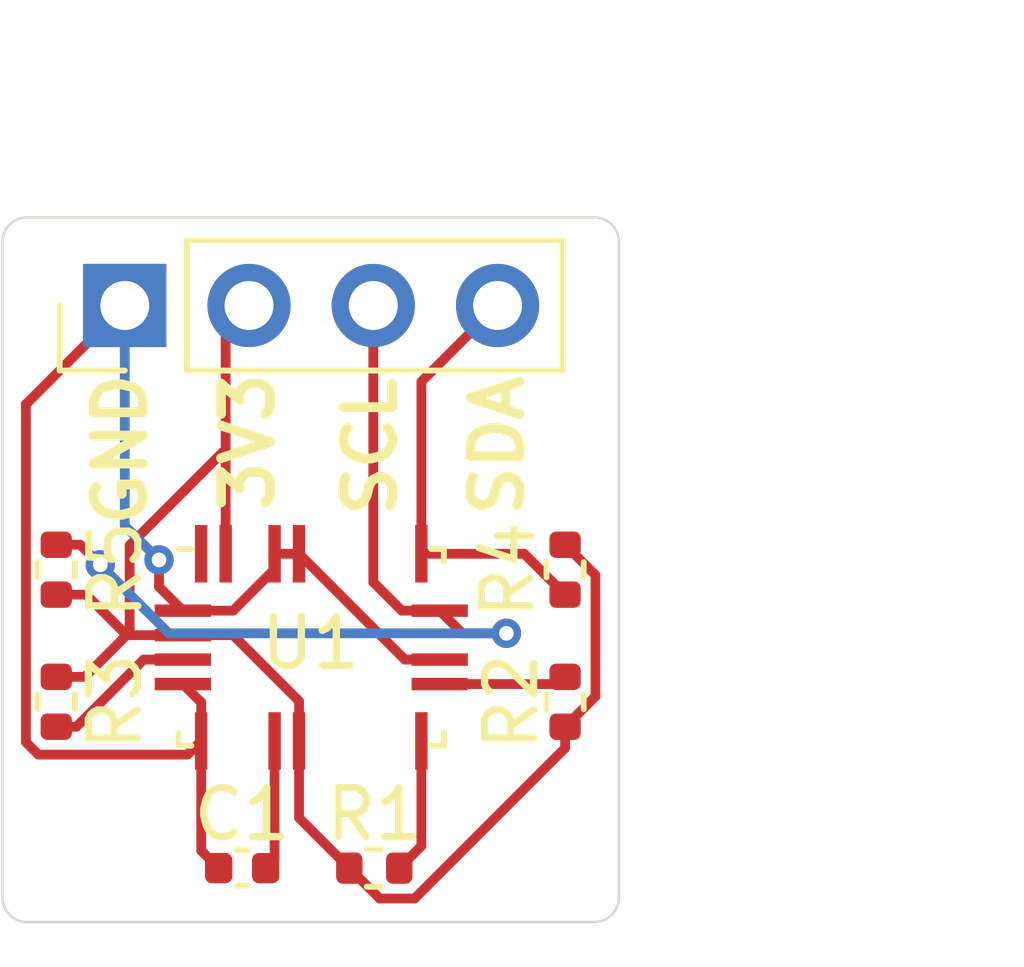
<source format=kicad_pcb>
(kicad_pcb (version 20221018) (generator pcbnew)
  (title_block (title "BNO08x Interface Board (Square)") (date "2023-07-31") (comment 1 "Author: Toby Godfrey"))
  (layers (0 "F.Cu" signal) (31 "B.Cu" signal) (34 "B.Paste" user) (35 "F.Paste" user) (36 "B.SilkS" user "B.Silkscreen") (37 "F.SilkS" user "F.Silkscreen") (38 "B.Mask" user) (39 "F.Mask" user) (44 "Edge.Cuts" user))
  (net 0 "")
  (net 1 "Net-(U1-CAP)")
  (net 2 "GND")
  (net 3 "+3.3V")
  (net 4 "Net-(J5-Pin_3)")
  (net 5 "Net-(J5-Pin_4)")
  (net 6 "Net-(U1-ENV_SCL)")
  (net 7 "Net-(U1-ENV_SDA)")
  (net 8 "Net-(U1-BOOTN)")
  (footprint "Resistor_SMD:R_0402_1005Metric" (layer "F.Cu") (at 176.7 94.4 90)
    (fp_text reference "R4" (at 0 -1.17 90) (layer "F.SilkS"))
    (fp_text value "2.2k")
    (fp_line (start -0.153641 -0.38) (end 0.153641 -0.38) (stroke (width 0.12)) (layer "F.SilkS"))
    (fp_line (start -0.153641 0.38) (end 0.153641 0.38) (stroke (width 0.12)) (layer "F.SilkS"))
    (pad "1" smd roundrect (at -0.51 0 90) (size 0.54 0.64) (layers "F.Cu" "F.Paste" "F.Mask") (net 5 "Net-(J5-Pin_4)"))
    (pad "2" smd roundrect (at 0.51 0 90) (size 0.54 0.64) (layers "F.Cu" "F.Paste" "F.Mask") (net 3 "+3.3V"))
  )
  (footprint "Package_LGA:LGA-28_5.2x3.8mm_P0.5mm" (layer "F.Cu") (at 171.5125 95.9875)
    (fp_text reference "U1" (at -0.0125 -0.0875) (layer "F.SilkS"))
    (fp_text value "~")
    (fp_line (start -2.71 -2.01) (end -2.45 -2.01) (stroke (width 0.12)) (layer "F.SilkS"))
    (fp_line (start -2.71 2.01) (end -2.71 1.75) (stroke (width 0.12)) (layer "F.SilkS"))
    (fp_line (start -2.71 2.01) (end -2.45 2.01) (stroke (width 0.12)) (layer "F.SilkS"))
    (fp_line (start 2.71 -2.01) (end 2.45 -2.01) (stroke (width 0.12)) (layer "F.SilkS"))
    (fp_line (start 2.71 -2.01) (end 2.71 -1.75) (stroke (width 0.12)) (layer "F.SilkS"))
    (fp_line (start 2.71 2.01) (end 2.45 2.01) (stroke (width 0.12)) (layer "F.SilkS"))
    (fp_line (start 2.71 2.01) (end 2.71 1.75) (stroke (width 0.12)) (layer "F.SilkS"))
    (pad "1" smd rect (at -2.25 -1.9125) (size 0.254 1.175) (layers "F.Cu" "F.Paste" "F.Mask"))
    (pad "2" smd rect (at -2.625 -0.75 90) (size 0.254 1.15) (layers "F.Cu" "F.Paste" "F.Mask") (net 2 "GND"))
    (pad "3" smd rect (at -2.625 -0.25 90) (size 0.254 1.15) (layers "F.Cu" "F.Paste" "F.Mask") (net 3 "+3.3V"))
    (pad "4" smd rect (at -2.625 0.25 90) (size 0.254 1.15) (layers "F.Cu" "F.Paste" "F.Mask") (net 8 "Net-(U1-BOOTN)"))
    (pad "5" smd rect (at -2.625 0.75 90) (size 0.254 1.15) (layers "F.Cu" "F.Paste" "F.Mask") (net 2 "GND"))
    (pad "6" smd rect (at -2.25 1.9125) (size 0.254 1.175) (layers "F.Cu" "F.Paste" "F.Mask") (net 2 "GND"))
    (pad "9" smd rect (at -0.75 1.9125) (size 0.254 1.175) (layers "F.Cu" "F.Paste" "F.Mask") (net 1 "Net-(U1-CAP)"))
    (pad "10" smd rect (at -0.25 1.9125) (size 0.254 1.175) (layers "F.Cu" "F.Paste" "F.Mask") (net 3 "+3.3V"))
    (pad "15" smd rect (at 2.25 1.9125) (size 0.254 1.175) (layers "F.Cu" "F.Paste" "F.Mask") (net 6 "Net-(U1-ENV_SCL)"))
    (pad "16" smd rect (at 2.625 0.75 90) (size 0.254 1.15) (layers "F.Cu" "F.Paste" "F.Mask") (net 7 "Net-(U1-ENV_SDA)"))
    (pad "17" smd rect (at 2.625 0.25 90) (size 0.254 1.15) (layers "F.Cu" "F.Paste" "F.Mask") (net 2 "GND"))
    (pad "19" smd rect (at 2.625 -0.75 90) (size 0.254 1.15) (layers "F.Cu" "F.Paste" "F.Mask") (net 4 "Net-(J5-Pin_3)"))
    (pad "20" smd rect (at 2.25 -1.9125) (size 0.254 1.175) (layers "F.Cu" "F.Paste" "F.Mask") (net 5 "Net-(J5-Pin_4)"))
    (pad "25" smd rect (at -0.25 -1.9125) (size 0.254 1.175) (layers "F.Cu" "F.Paste" "F.Mask") (net 2 "GND"))
    (pad "26" smd rect (at -0.75 -1.9125) (size 0.254 1.175) (layers "F.Cu" "F.Paste" "F.Mask") (net 2 "GND"))
    (pad "28" smd rect (at -1.75 -1.9125) (size 0.254 1.175) (layers "F.Cu" "F.Paste" "F.Mask") (net 3 "+3.3V"))
  )
  (footprint "Resistor_SMD:R_0402_1005Metric" (layer "F.Cu") (at 166.3 94.4 90)
    (fp_text reference "R5" (at 0 1.21 90) (layer "F.SilkS"))
    (fp_text value "2.2k")
    (fp_line (start -0.153641 -0.38) (end 0.153641 -0.38) (stroke (width 0.12)) (layer "F.SilkS"))
    (fp_line (start -0.153641 0.38) (end 0.153641 0.38) (stroke (width 0.12)) (layer "F.SilkS"))
    (pad "1" smd roundrect (at -0.51 0 90) (size 0.54 0.64) (layers "F.Cu" "F.Paste" "F.Mask") (net 3 "+3.3V"))
    (pad "2" smd roundrect (at 0.51 0 90) (size 0.54 0.64) (layers "F.Cu" "F.Paste" "F.Mask") (net 4 "Net-(J5-Pin_3)"))
  )
  (footprint "Resistor_SMD:R_0402_1005Metric" (layer "F.Cu") (at 166.3 97.1 90)
    (fp_text reference "R3" (at 0 1.2 90) (layer "F.SilkS"))
    (fp_text value "10k")
    (fp_line (start -0.153641 -0.38) (end 0.153641 -0.38) (stroke (width 0.12)) (layer "F.SilkS"))
    (fp_line (start -0.153641 0.38) (end 0.153641 0.38) (stroke (width 0.12)) (layer "F.SilkS"))
    (pad "1" smd roundrect (at -0.51 0 90) (size 0.54 0.64) (layers "F.Cu" "F.Paste" "F.Mask") (net 8 "Net-(U1-BOOTN)"))
    (pad "2" smd roundrect (at 0.51 0 90) (size 0.54 0.64) (layers "F.Cu" "F.Paste" "F.Mask") (net 3 "+3.3V"))
  )
  (footprint "Resistor_SMD:R_0402_1005Metric" (layer "F.Cu") (at 172.8 100.5)
    (fp_text reference "R1" (at 0 -1.1) (layer "F.SilkS"))
    (fp_text value "2.2k")
    (fp_line (start -0.153641 -0.38) (end 0.153641 -0.38) (stroke (width 0.12)) (layer "F.SilkS"))
    (fp_line (start -0.153641 0.38) (end 0.153641 0.38) (stroke (width 0.12)) (layer "F.SilkS"))
    (pad "1" smd roundrect (at -0.51 0) (size 0.54 0.64) (layers "F.Cu" "F.Paste" "F.Mask") (net 3 "+3.3V"))
    (pad "2" smd roundrect (at 0.51 0) (size 0.54 0.64) (layers "F.Cu" "F.Paste" "F.Mask") (net 6 "Net-(U1-ENV_SCL)"))
  )
  (footprint "Connector_PinHeader_2.54mm:PinHeader_1x04_P2.54mm_Vertical" (layer "F.Cu") (at 167.7 89 90)
    (fp_text reference "J5" hide)
    (fp_text value "Conn_01x04_Pin")
    (fp_line (start -1.33 -1.33) (end 0 -1.33) (stroke (width 0.12)) (layer "F.SilkS"))
    (fp_line (start -1.33 0) (end -1.33 -1.33) (stroke (width 0.12)) (layer "F.SilkS"))
    (fp_line (start -1.33 1.27) (end -1.33 8.95) (stroke (width 0.12)) (layer "F.SilkS"))
    (fp_line (start -1.33 1.27) (end 1.33 1.27) (stroke (width 0.12)) (layer "F.SilkS"))
    (fp_line (start -1.33 8.95) (end 1.33 8.95) (stroke (width 0.12)) (layer "F.SilkS"))
    (fp_line (start 1.33 1.27) (end 1.33 8.95) (stroke (width 0.12)) (layer "F.SilkS"))
    (pad "1" thru_hole rect (at 0 0 90) (size 1.7 1.7) (drill 1) (layers "*.Cu" "*.Mask") (net 2 "GND"))
    (pad "2" thru_hole oval (at 0 2.54 90) (size 1.7 1.7) (drill 1) (layers "*.Cu" "*.Mask") (net 3 "+3.3V"))
    (pad "3" thru_hole oval (at 0 5.08 90) (size 1.7 1.7) (drill 1) (layers "*.Cu" "*.Mask") (net 4 "Net-(J5-Pin_3)"))
    (pad "4" thru_hole oval (at 0 7.62 90) (size 1.7 1.7) (drill 1) (layers "*.Cu" "*.Mask") (net 5 "Net-(J5-Pin_4)"))
  )
  (footprint "Capacitor_SMD:C_0402_1005Metric" (layer "F.Cu") (at 170.1 100.5 180)
    (fp_text reference "C1" (at 0 1.1) (layer "F.SilkS"))
    (fp_text value "0.1uF")
    (fp_line (start -0.107836 -0.36) (end 0.107836 -0.36) (stroke (width 0.12)) (layer "F.SilkS"))
    (fp_line (start -0.107836 0.36) (end 0.107836 0.36) (stroke (width 0.12)) (layer "F.SilkS"))
    (pad "1" smd roundrect (at -0.48 0 180) (size 0.56 0.62) (layers "F.Cu" "F.Paste" "F.Mask") (net 1 "Net-(U1-CAP)"))
    (pad "2" smd roundrect (at 0.48 0 180) (size 0.56 0.62) (layers "F.Cu" "F.Paste" "F.Mask") (net 2 "GND"))
  )
  (footprint "Resistor_SMD:R_0402_1005Metric" (layer "F.Cu") (at 176.7 97.1 -90)
    (fp_text reference "R2" (at 0 1.1 90) (layer "F.SilkS"))
    (fp_text value "2.2k")
    (fp_line (start -0.153641 -0.38) (end 0.153641 -0.38) (stroke (width 0.12)) (layer "F.SilkS"))
    (fp_line (start -0.153641 0.38) (end 0.153641 0.38) (stroke (width 0.12)) (layer "F.SilkS"))
    (pad "1" smd roundrect (at -0.51 0 270) (size 0.54 0.64) (layers "F.Cu" "F.Paste" "F.Mask") (net 7 "Net-(U1-ENV_SDA)"))
    (pad "2" smd roundrect (at 0.51 0 270) (size 0.54 0.64) (layers "F.Cu" "F.Paste" "F.Mask") (net 3 "+3.3V"))
  )
  (gr_arc (start 165.7 101.6) (mid 165.346447 101.453553) (end 165.2 101.1) (stroke (width 0.05)) (layer "Edge.Cuts"))
  (gr_arc (start 177.8 101.1) (mid 177.653553 101.453553) (end 177.3 101.6) (stroke (width 0.05)) (layer "Edge.Cuts"))
  (gr_arc (start 165.2 87.7) (mid 165.346447 87.346447) (end 165.7 87.2) (stroke (width 0.05)) (layer "Edge.Cuts"))
  (gr_arc (start 177.3 87.2) (mid 177.653553 87.346447) (end 177.8 87.7) (stroke (width 0.05)) (layer "Edge.Cuts"))
  (gr_line (start 177.3 101.6) (end 165.7 101.6) (stroke (width 0.05)) (layer "Edge.Cuts"))
  (gr_line (start 165.2 87.7) (end 165.2 101.1) (stroke (width 0.05)) (layer "Edge.Cuts"))
  (gr_line (start 177.8 87.7) (end 177.8 101.1) (stroke (width 0.05)) (layer "Edge.Cuts"))
  (gr_line (start 165.7 87.2) (end 177.3 87.2) (stroke (width 0.05)) (layer "Edge.Cuts"))
  (gr_text "GND" (at 168.2 93.6 90) (layer "F.SilkS") (effects (font (size 1 1) (thickness 0.2) bold) (justify left bottom)))
  (gr_text "3V3" (at 170.8 93.3 90) (layer "F.SilkS") (effects (font (size 1 1) (thickness 0.2) bold) (justify left bottom)))
  (gr_text "SCL" (at 173.3 93.4 90) (layer "F.SilkS") (effects (font (size 1 1) (thickness 0.2) bold) (justify left bottom)))
  (gr_text "SDA" (at 175.9 93.4 90) (layer "F.SilkS") (effects (font (size 1 1) (thickness 0.2) bold) (justify left bottom)))
  (segment (start 170.58 100.5) (end 170.7625 100.3175) (width 0.2) (layer "F.Cu") (net 1))
  (segment (start 170.7625 100.3175) (end 170.7625 97.9) (width 0.2) (layer "F.Cu") (net 1))
  (segment (start 168.4 94.75) (end 168.4 94.2) (width 0.2) (layer "F.Cu") (net 2))
  (segment (start 165.68 97.925183) (end 165.68 91.02) (width 0.2) (layer "F.Cu") (net 2))
  (segment (start 169.2625 97.9) (end 169.2625 97.1125) (width 0.2) (layer "F.Cu") (net 2))
  (segment (start 165.68 91.02) (end 167.7 89) (width 0.2) (layer "F.Cu") (net 2))
  (segment (start 169.2625 100.1425) (end 169.62 100.5) (width 0.2) (layer "F.Cu") (net 2))
  (segment (start 168.8875 95.2375) (end 168.4 94.75) (width 0.2) (layer "F.Cu") (net 2))
  (segment (start 169.2625 97.1125) (end 168.8875 96.7375) (width 0.2) (layer "F.Cu") (net 2))
  (segment (start 170.7625 94.3895) (end 170.7625 94.075) (width 0.2) (layer "F.Cu") (net 2))
  (segment (start 168.9825 98.18) (end 165.934817 98.18) (width 0.2) (layer "F.Cu") (net 2))
  (segment (start 173.425 96.2375) (end 174.1375 96.2375) (width 0.2) (layer "F.Cu") (net 2))
  (segment (start 170.7625 94.075) (end 171.2625 94.075) (width 0.2) (layer "F.Cu") (net 2))
  (segment (start 168.8875 95.2375) (end 169.9145 95.2375) (width 0.2) (layer "F.Cu") (net 2))
  (segment (start 169.2625 97.9) (end 168.9825 98.18) (width 0.2) (layer "F.Cu") (net 2))
  (segment (start 169.9145 95.2375) (end 170.7625 94.3895) (width 0.2) (layer "F.Cu") (net 2))
  (segment (start 171.2625 94.075) (end 173.425 96.2375) (width 0.2) (layer "F.Cu") (net 2))
  (segment (start 165.934817 98.18) (end 165.68 97.925183) (width 0.2) (layer "F.Cu") (net 2))
  (segment (start 169.2625 97.9) (end 169.2625 100.1425) (width 0.2) (layer "F.Cu") (net 2))
  (via (at 168.4 94.2) (size 0.6) (drill 0.3) (layers "F.Cu" "B.Cu") (net 2))
  (segment (start 167.7 93.5) (end 167.7 89) (width 0.2) (layer "B.Cu") (net 2))
  (segment (start 168.4 94.2) (end 167.7 93.5) (width 0.2) (layer "B.Cu") (net 2))
  (segment (start 166.885 96.59) (end 166.3 96.59) (width 0.2) (layer "F.Cu") (net 3))
  (segment (start 167.8 95.6) (end 167.7 95.7) (width 0.2) (layer "F.Cu") (net 3))
  (segment (start 172.91 101.12) (end 172.29 100.5) (width 0.2) (layer "F.Cu") (net 3))
  (segment (start 167.8 93.9) (end 167.8 95.6) (width 0.2) (layer "F.Cu") (net 3))
  (segment (start 167.7375 95.7375) (end 166.91 94.91) (width 0.2) (layer "F.Cu") (net 3))
  (segment (start 176.7 97.61) (end 176.7 98.045183) (width 0.2) (layer "F.Cu") (net 3))
  (segment (start 167.7 95.7) (end 167.7375 95.7375) (width 0.2) (layer "F.Cu") (net 3))
  (segment (start 169.7625 89.4775) (end 170.24 89) (width 0.2) (layer "F.Cu") (net 3))
  (segment (start 177.32 96.99) (end 176.7 97.61) (width 0.2) (layer "F.Cu") (net 3))
  (segment (start 171.2625 97.0855) (end 169.9145 95.7375) (width 0.2) (layer "F.Cu") (net 3))
  (segment (start 173.625183 101.12) (end 172.91 101.12) (width 0.2) (layer "F.Cu") (net 3))
  (segment (start 176.7 93.89) (end 177.32 94.51) (width 0.2) (layer "F.Cu") (net 3))
  (segment (start 169.7625 94.075) (end 169.7625 92) (width 0.2) (layer "F.Cu") (net 3))
  (segment (start 171.2625 97.9) (end 171.2625 97.0855) (width 0.2) (layer "F.Cu") (net 3))
  (segment (start 171.2625 99.4725) (end 172.29 100.5) (width 0.2) (layer "F.Cu") (net 3))
  (segment (start 167.7375 95.7375) (end 168.8875 95.7375) (width 0.2) (layer "F.Cu") (net 3))
  (segment (start 169.7 92) (end 167.8 93.9) (width 0.2) (layer "F.Cu") (net 3))
  (segment (start 169.9145 95.7375) (end 168.8875 95.7375) (width 0.2) (layer "F.Cu") (net 3))
  (segment (start 167.7375 95.7375) (end 166.885 96.59) (width 0.2) (layer "F.Cu") (net 3))
  (segment (start 169.7625 92) (end 169.7 92) (width 0.2) (layer "F.Cu") (net 3))
  (segment (start 177.32 94.51) (end 177.32 96.99) (width 0.2) (layer "F.Cu") (net 3))
  (segment (start 171.2625 97.9) (end 171.2625 99.4725) (width 0.2) (layer "F.Cu") (net 3))
  (segment (start 169.7625 92) (end 169.7625 89.4775) (width 0.2) (layer "F.Cu") (net 3))
  (segment (start 176.7 98.045183) (end 173.625183 101.12) (width 0.2) (layer "F.Cu") (net 3))
  (segment (start 166.91 94.91) (end 166.3 94.91) (width 0.2) (layer "F.Cu") (net 3))
  (segment (start 173.3625 95.2375) (end 174.1375 95.2375) (width 0.2) (layer "F.Cu") (net 4))
  (segment (start 166.79 93.89) (end 167.2 94.3) (width 0.2) (layer "F.Cu") (net 4))
  (segment (start 166.3 93.89) (end 166.79 93.89) (width 0.2) (layer "F.Cu") (net 4))
  (segment (start 175.5 95.7) (end 174.6 95.7) (width 0.2) (layer "F.Cu") (net 4))
  (segment (start 172.78 94.655) (end 173.3625 95.2375) (width 0.2) (layer "F.Cu") (net 4))
  (segment (start 172.78 89) (end 172.78 94.655) (width 0.2) (layer "F.Cu") (net 4))
  (segment (start 174.6 95.7) (end 174.1375 95.2375) (width 0.2) (layer "F.Cu") (net 4))
  (via (at 167.2 94.3) (size 0.6) (drill 0.3) (layers "F.Cu" "B.Cu") (net 4))
  (via (at 175.5 95.7) (size 0.6) (drill 0.3) (layers "F.Cu" "B.Cu") (net 4))
  (segment (start 167.2 94.3) (end 168.6 95.7) (width 0.2) (layer "B.Cu") (net 4))
  (segment (start 168.6 95.7) (end 175.5 95.7) (width 0.2) (layer "B.Cu") (net 4))
  (segment (start 175.865 94.075) (end 173.7625 94.075) (width 0.2) (layer "F.Cu") (net 5))
  (segment (start 176.7 94.91) (end 175.865 94.075) (width 0.2) (layer "F.Cu") (net 5))
  (segment (start 173.7625 90.5575) (end 175.32 89) (width 0.2) (layer "F.Cu") (net 5))
  (segment (start 173.7625 94.075) (end 173.7625 90.5575) (width 0.2) (layer "F.Cu") (net 5))
  (segment (start 173.31 100.5) (end 173.7625 100.0475) (width 0.2) (layer "F.Cu") (net 6))
  (segment (start 173.7625 100.0475) (end 173.7625 97.9) (width 0.2) (layer "F.Cu") (net 6))
  (segment (start 176.5525 96.7375) (end 174.1375 96.7375) (width 0.2) (layer "F.Cu") (net 7))
  (segment (start 176.7 96.59) (end 176.5525 96.7375) (width 0.2) (layer "F.Cu") (net 7))
  (segment (start 168.8875 96.2375) (end 168.0855 96.2375) (width 0.2) (layer "F.Cu") (net 8))
  (segment (start 166.713 97.61) (end 166.3 97.61) (width 0.2) (layer "F.Cu") (net 8))
  (segment (start 168.0855 96.2375) (end 166.713 97.61) (width 0.2) (layer "F.Cu") (net 8))
)
</source>
